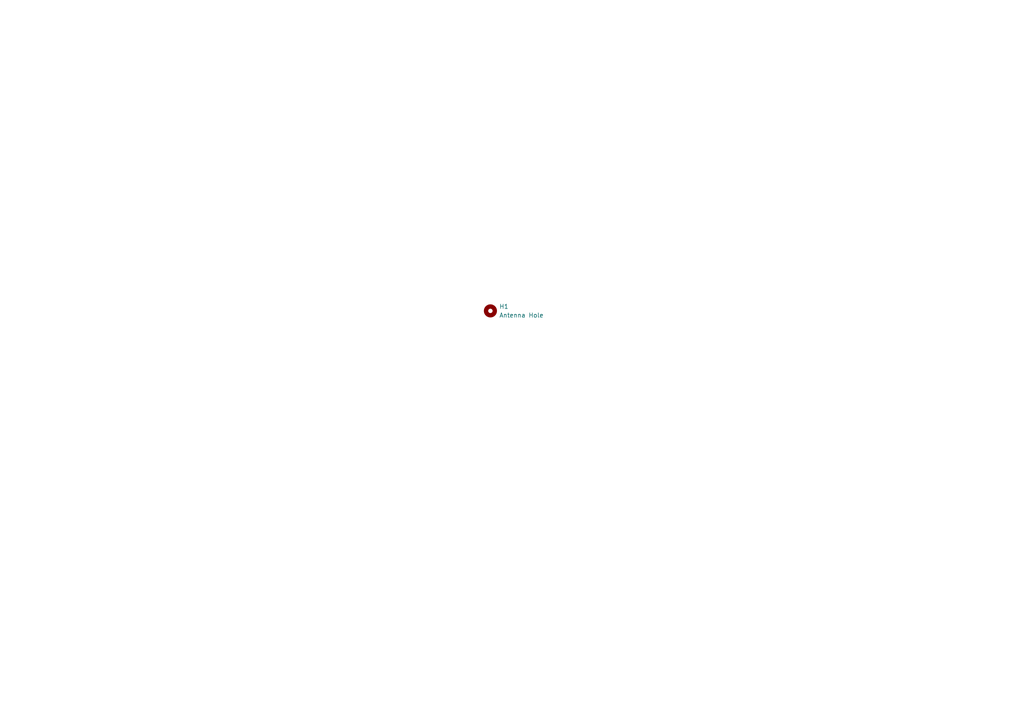
<source format=kicad_sch>
(kicad_sch (version 20230121) (generator eeschema)
  (paper "A4")
  (lib_symbols
    (symbol "Mechanical:MountingHole" (pin_names (offset 1.016))
      (property "Reference" "H" (at 0 5.08 0))
      (property "Value" "MountingHole" (at 0 3.175 0))
      (symbol "MountingHole_0_1"
        (circle (center 0 0) (radius 1.27) (stroke (width 1.27)))
      )
    )
  )
  (symbol (lib_id "Mechanical:MountingHole") (at 142.24 90.17 0) (unit 1)
    (property "Reference" "H1" (at 144.78 88.9 0) (effects (justify left)))
    (property "Value" "Antenna Hole" (at 144.78 91.44 0) (effects (justify left)))
  )
)
</source>
